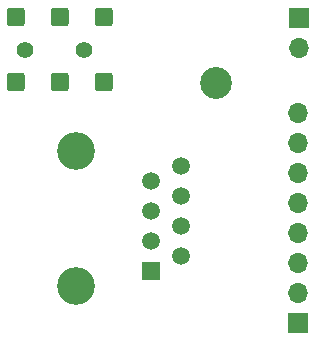
<source format=gbr>
%TF.GenerationSoftware,KiCad,Pcbnew,(6.0.0-0)*%
%TF.CreationDate,2023-04-18T12:25:18-04:00*%
%TF.ProjectId,row-breakout,726f772d-6272-4656-916b-6f75742e6b69,rev?*%
%TF.SameCoordinates,Original*%
%TF.FileFunction,Soldermask,Top*%
%TF.FilePolarity,Negative*%
%FSLAX46Y46*%
G04 Gerber Fmt 4.6, Leading zero omitted, Abs format (unit mm)*
G04 Created by KiCad (PCBNEW (6.0.0-0)) date 2023-04-18 12:25:18*
%MOMM*%
%LPD*%
G01*
G04 APERTURE LIST*
G04 Aperture macros list*
%AMRoundRect*
0 Rectangle with rounded corners*
0 $1 Rounding radius*
0 $2 $3 $4 $5 $6 $7 $8 $9 X,Y pos of 4 corners*
0 Add a 4 corners polygon primitive as box body*
4,1,4,$2,$3,$4,$5,$6,$7,$8,$9,$2,$3,0*
0 Add four circle primitives for the rounded corners*
1,1,$1+$1,$2,$3*
1,1,$1+$1,$4,$5*
1,1,$1+$1,$6,$7*
1,1,$1+$1,$8,$9*
0 Add four rect primitives between the rounded corners*
20,1,$1+$1,$2,$3,$4,$5,0*
20,1,$1+$1,$4,$5,$6,$7,0*
20,1,$1+$1,$6,$7,$8,$9,0*
20,1,$1+$1,$8,$9,$2,$3,0*%
G04 Aperture macros list end*
%ADD10C,1.400000*%
%ADD11RoundRect,0.187500X0.562500X-0.562500X0.562500X0.562500X-0.562500X0.562500X-0.562500X-0.562500X0*%
%ADD12C,2.700000*%
%ADD13R,1.700000X1.700000*%
%ADD14O,1.700000X1.700000*%
%ADD15C,3.200000*%
%ADD16R,1.500000X1.500000*%
%ADD17C,1.500000*%
G04 APERTURE END LIST*
D10*
%TO.C,J1*%
X24280000Y-31452000D03*
X29280000Y-31452000D03*
D11*
X27280000Y-28702000D03*
X30980000Y-28702000D03*
X23580000Y-34202000D03*
X23580000Y-28702000D03*
X27280000Y-34202000D03*
X30980000Y-34202000D03*
%TD*%
D12*
%TO.C,H1*%
X40513000Y-34290000D03*
%TD*%
D13*
%TO.C,J2*%
X47473000Y-28785000D03*
D14*
X47473000Y-31325000D03*
%TD*%
D13*
%TO.C,J4*%
X47448000Y-54580000D03*
D14*
X47448000Y-52040000D03*
X47448000Y-49500000D03*
X47448000Y-46960000D03*
X47448000Y-44420000D03*
X47448000Y-41880000D03*
X47448000Y-39340000D03*
X47448000Y-36800000D03*
%TD*%
D15*
%TO.C,J3*%
X28595000Y-40005000D03*
X28595000Y-51435000D03*
D16*
X34945000Y-50165000D03*
D17*
X37485000Y-48895000D03*
X34945000Y-47625000D03*
X37485000Y-46355000D03*
X34945000Y-45085000D03*
X37485000Y-43815000D03*
X34945000Y-42545000D03*
X37485000Y-41275000D03*
%TD*%
M02*

</source>
